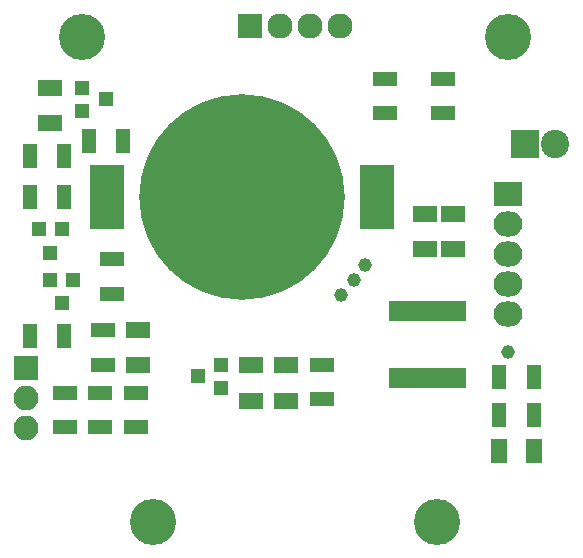
<source format=gbs>
G04 #@! TF.FileFunction,Soldermask,Bot*
%FSLAX46Y46*%
G04 Gerber Fmt 4.6, Leading zero omitted, Abs format (unit mm)*
G04 Created by KiCad (PCBNEW 4.0.2+dfsg1-stable) date Seg 16 Out 2017 09:01:32 BRST*
%MOMM*%
G01*
G04 APERTURE LIST*
%ADD10C,0.100000*%
%ADD11R,2.940000X5.480000*%
%ADD12C,17.400000*%
%ADD13R,2.432000X2.127200*%
%ADD14O,2.432000X2.127200*%
%ADD15C,2.127200*%
%ADD16R,2.127200X2.127200*%
%ADD17R,1.200100X1.200100*%
%ADD18R,2.400000X2.400000*%
%ADD19C,2.400000*%
%ADD20R,1.200000X1.300000*%
%ADD21R,1.300000X1.200000*%
%ADD22C,1.162000*%
%ADD23C,3.900000*%
%ADD24R,0.800000X1.750000*%
%ADD25R,2.100000X1.300000*%
%ADD26R,1.300000X2.100000*%
%ADD27R,1.400000X2.000000*%
%ADD28R,2.000000X1.400000*%
%ADD29R,2.100000X2.100000*%
%ADD30O,2.100000X2.100000*%
G04 APERTURE END LIST*
D10*
D11*
X61930000Y-47500000D03*
D12*
X50500000Y-47500000D03*
D11*
X39070000Y-47500000D03*
D13*
X73027600Y-47297400D03*
D14*
X73027600Y-49837400D03*
X73027600Y-52377400D03*
X73027600Y-54917400D03*
X73027600Y-57457400D03*
D15*
X56308000Y-33000000D03*
D16*
X51228000Y-33000000D03*
D15*
X58848000Y-33000000D03*
X53768000Y-33000000D03*
D17*
X48750000Y-61750000D03*
X48750000Y-63650000D03*
X46751020Y-62700000D03*
D18*
X74460000Y-43000000D03*
D19*
X77000000Y-43000000D03*
D20*
X34300000Y-54500000D03*
X36200000Y-54500000D03*
X35250000Y-56500000D03*
X33350000Y-50250000D03*
X35250000Y-50250000D03*
X34300000Y-52250000D03*
D21*
X37000000Y-40200000D03*
X37000000Y-38300000D03*
X39000000Y-39250000D03*
D22*
X60937200Y-53241000D03*
X59997400Y-54536400D03*
X58930600Y-55806400D03*
X73053000Y-60607000D03*
D23*
X43000000Y-75000000D03*
X67000000Y-75000000D03*
X37000000Y-34000000D03*
X73000000Y-34000000D03*
D24*
X69175000Y-57125000D03*
X69175000Y-62875000D03*
X68525000Y-57125000D03*
X68525000Y-62875000D03*
X67875000Y-57125000D03*
X67875000Y-62875000D03*
X67225000Y-57125000D03*
X67225000Y-62875000D03*
X66575000Y-57125000D03*
X66575000Y-62875000D03*
X65925000Y-57125000D03*
X65925000Y-62875000D03*
X65275000Y-57125000D03*
X65275000Y-62875000D03*
X64625000Y-57125000D03*
X64625000Y-62875000D03*
X63975000Y-57125000D03*
X63975000Y-62875000D03*
X63325000Y-57125000D03*
X63325000Y-62875000D03*
D25*
X62588200Y-37490800D03*
X62588200Y-40390800D03*
X67566600Y-37516200D03*
X67566600Y-40416200D03*
D26*
X72300000Y-62750000D03*
X75200000Y-62750000D03*
X72300000Y-66000000D03*
X75200000Y-66000000D03*
D25*
X57250000Y-61750000D03*
X57250000Y-64650000D03*
X38750000Y-61700000D03*
X38750000Y-58800000D03*
X35500000Y-67000000D03*
X35500000Y-64100000D03*
X38500000Y-64100000D03*
X38500000Y-67000000D03*
X41500000Y-67000000D03*
X41500000Y-64100000D03*
X39500000Y-52800000D03*
X39500000Y-55700000D03*
D26*
X32550000Y-47500000D03*
X35450000Y-47500000D03*
X40450000Y-42750000D03*
X37550000Y-42750000D03*
X35450000Y-44000000D03*
X32550000Y-44000000D03*
X32550000Y-59250000D03*
X35450000Y-59250000D03*
D27*
X72250000Y-69000000D03*
X75250000Y-69000000D03*
D28*
X65966400Y-51921600D03*
X65966400Y-48921600D03*
X68379400Y-51921600D03*
X68379400Y-48921600D03*
X51250000Y-61750000D03*
X51250000Y-64750000D03*
X54250000Y-61750000D03*
X54250000Y-64750000D03*
X41750000Y-58750000D03*
X41750000Y-61750000D03*
X34250000Y-41250000D03*
X34250000Y-38250000D03*
D29*
X32250000Y-61960000D03*
D30*
X32250000Y-64500000D03*
X32250000Y-67040000D03*
M02*

</source>
